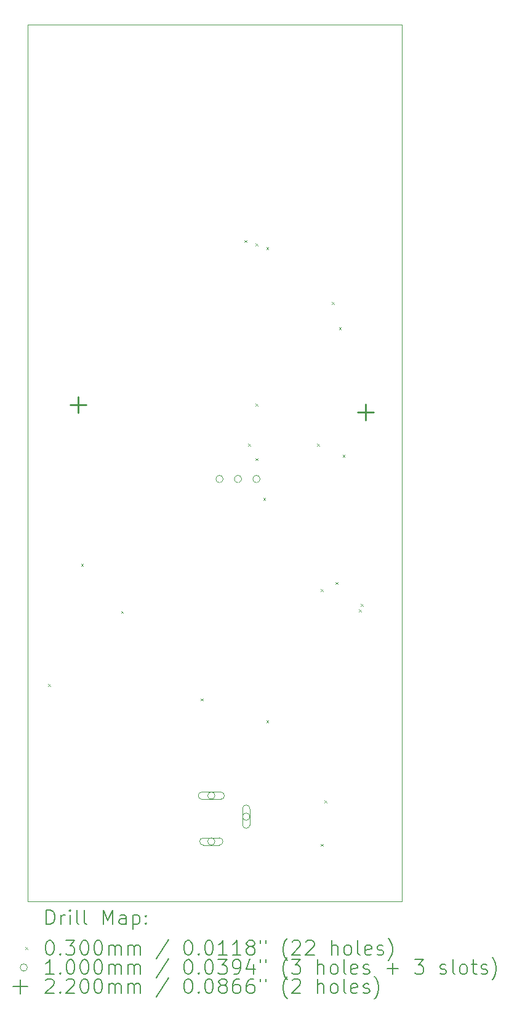
<source format=gbr>
%TF.GenerationSoftware,KiCad,Pcbnew,9.0.3*%
%TF.CreationDate,2025-07-21T12:14:54+10:00*%
%TF.ProjectId,light_control_sched,6c696768-745f-4636-9f6e-74726f6c5f73,rev?*%
%TF.SameCoordinates,Original*%
%TF.FileFunction,Drillmap*%
%TF.FilePolarity,Positive*%
%FSLAX45Y45*%
G04 Gerber Fmt 4.5, Leading zero omitted, Abs format (unit mm)*
G04 Created by KiCad (PCBNEW 9.0.3) date 2025-07-21 12:14:54*
%MOMM*%
%LPD*%
G01*
G04 APERTURE LIST*
%ADD10C,0.050000*%
%ADD11C,0.200000*%
%ADD12C,0.100000*%
%ADD13C,0.220000*%
G04 APERTURE END LIST*
D10*
X11950000Y-3025000D02*
X17100000Y-3025000D01*
X17100000Y-15075000D01*
X11950000Y-15075000D01*
X11950000Y-3025000D01*
D11*
D12*
X12235000Y-12085000D02*
X12265000Y-12115000D01*
X12265000Y-12085000D02*
X12235000Y-12115000D01*
X12685000Y-10435000D02*
X12715000Y-10465000D01*
X12715000Y-10435000D02*
X12685000Y-10465000D01*
X13235000Y-11085000D02*
X13265000Y-11115000D01*
X13265000Y-11085000D02*
X13235000Y-11115000D01*
X14335000Y-12285000D02*
X14365000Y-12315000D01*
X14365000Y-12285000D02*
X14335000Y-12315000D01*
X14933600Y-5986400D02*
X14963600Y-6016400D01*
X14963600Y-5986400D02*
X14933600Y-6016400D01*
X14985000Y-8785000D02*
X15015000Y-8815000D01*
X15015000Y-8785000D02*
X14985000Y-8815000D01*
X15085000Y-6035000D02*
X15115000Y-6065000D01*
X15115000Y-6035000D02*
X15085000Y-6065000D01*
X15085000Y-8235000D02*
X15115000Y-8265000D01*
X15115000Y-8235000D02*
X15085000Y-8265000D01*
X15085000Y-8985000D02*
X15115000Y-9015000D01*
X15115000Y-8985000D02*
X15085000Y-9015000D01*
X15192510Y-9527490D02*
X15222510Y-9557490D01*
X15222510Y-9527490D02*
X15192510Y-9557490D01*
X15235000Y-6085000D02*
X15265000Y-6115000D01*
X15265000Y-6085000D02*
X15235000Y-6115000D01*
X15235000Y-12585000D02*
X15265000Y-12615000D01*
X15265000Y-12585000D02*
X15235000Y-12615000D01*
X15935000Y-8785000D02*
X15965000Y-8815000D01*
X15965000Y-8785000D02*
X15935000Y-8815000D01*
X15985000Y-10785000D02*
X16015000Y-10815000D01*
X16015000Y-10785000D02*
X15985000Y-10815000D01*
X15985000Y-14285000D02*
X16015000Y-14315000D01*
X16015000Y-14285000D02*
X15985000Y-14315000D01*
X16035000Y-13685000D02*
X16065000Y-13715000D01*
X16065000Y-13685000D02*
X16035000Y-13715000D01*
X16135000Y-6835000D02*
X16165000Y-6865000D01*
X16165000Y-6835000D02*
X16135000Y-6865000D01*
X16185000Y-10685000D02*
X16215000Y-10715000D01*
X16215000Y-10685000D02*
X16185000Y-10715000D01*
X16235000Y-7185000D02*
X16265000Y-7215000D01*
X16265000Y-7185000D02*
X16235000Y-7215000D01*
X16285000Y-8935000D02*
X16315000Y-8965000D01*
X16315000Y-8935000D02*
X16285000Y-8965000D01*
X16508884Y-11062600D02*
X16538884Y-11092600D01*
X16538884Y-11062600D02*
X16508884Y-11092600D01*
X16535000Y-10985000D02*
X16565000Y-11015000D01*
X16565000Y-10985000D02*
X16535000Y-11015000D01*
X14527500Y-13620000D02*
G75*
G02*
X14427500Y-13620000I-50000J0D01*
G01*
X14427500Y-13620000D02*
G75*
G02*
X14527500Y-13620000I50000J0D01*
G01*
X14347500Y-13670000D02*
X14607500Y-13670000D01*
X14607500Y-13570000D02*
G75*
G02*
X14607500Y-13670000I0J-50000D01*
G01*
X14607500Y-13570000D02*
X14347500Y-13570000D01*
X14347500Y-13570000D02*
G75*
G03*
X14347500Y-13670000I0J-50000D01*
G01*
X14527500Y-14250000D02*
G75*
G02*
X14427500Y-14250000I-50000J0D01*
G01*
X14427500Y-14250000D02*
G75*
G02*
X14527500Y-14250000I50000J0D01*
G01*
X14367500Y-14300000D02*
X14587500Y-14300000D01*
X14587500Y-14200000D02*
G75*
G02*
X14587500Y-14300000I0J-50000D01*
G01*
X14587500Y-14200000D02*
X14367500Y-14200000D01*
X14367500Y-14200000D02*
G75*
G03*
X14367500Y-14300000I0J-50000D01*
G01*
X14639410Y-9269000D02*
G75*
G02*
X14539410Y-9269000I-50000J0D01*
G01*
X14539410Y-9269000D02*
G75*
G02*
X14639410Y-9269000I50000J0D01*
G01*
X14893410Y-9269000D02*
G75*
G02*
X14793410Y-9269000I-50000J0D01*
G01*
X14793410Y-9269000D02*
G75*
G02*
X14893410Y-9269000I50000J0D01*
G01*
X15007500Y-13910000D02*
G75*
G02*
X14907500Y-13910000I-50000J0D01*
G01*
X14907500Y-13910000D02*
G75*
G02*
X15007500Y-13910000I50000J0D01*
G01*
X14907500Y-13800000D02*
X14907500Y-14020000D01*
X15007500Y-14020000D02*
G75*
G02*
X14907500Y-14020000I-50000J0D01*
G01*
X15007500Y-14020000D02*
X15007500Y-13800000D01*
X15007500Y-13800000D02*
G75*
G03*
X14907500Y-13800000I-50000J0D01*
G01*
X15147410Y-9269000D02*
G75*
G02*
X15047410Y-9269000I-50000J0D01*
G01*
X15047410Y-9269000D02*
G75*
G02*
X15147410Y-9269000I50000J0D01*
G01*
D13*
X12650000Y-8140000D02*
X12650000Y-8360000D01*
X12540000Y-8250000D02*
X12760000Y-8250000D01*
X16600000Y-8240000D02*
X16600000Y-8460000D01*
X16490000Y-8350000D02*
X16710000Y-8350000D01*
D11*
X12208277Y-15388984D02*
X12208277Y-15188984D01*
X12208277Y-15188984D02*
X12255896Y-15188984D01*
X12255896Y-15188984D02*
X12284467Y-15198508D01*
X12284467Y-15198508D02*
X12303515Y-15217555D01*
X12303515Y-15217555D02*
X12313039Y-15236603D01*
X12313039Y-15236603D02*
X12322562Y-15274698D01*
X12322562Y-15274698D02*
X12322562Y-15303269D01*
X12322562Y-15303269D02*
X12313039Y-15341365D01*
X12313039Y-15341365D02*
X12303515Y-15360412D01*
X12303515Y-15360412D02*
X12284467Y-15379460D01*
X12284467Y-15379460D02*
X12255896Y-15388984D01*
X12255896Y-15388984D02*
X12208277Y-15388984D01*
X12408277Y-15388984D02*
X12408277Y-15255650D01*
X12408277Y-15293746D02*
X12417801Y-15274698D01*
X12417801Y-15274698D02*
X12427324Y-15265174D01*
X12427324Y-15265174D02*
X12446372Y-15255650D01*
X12446372Y-15255650D02*
X12465420Y-15255650D01*
X12532086Y-15388984D02*
X12532086Y-15255650D01*
X12532086Y-15188984D02*
X12522562Y-15198508D01*
X12522562Y-15198508D02*
X12532086Y-15208031D01*
X12532086Y-15208031D02*
X12541610Y-15198508D01*
X12541610Y-15198508D02*
X12532086Y-15188984D01*
X12532086Y-15188984D02*
X12532086Y-15208031D01*
X12655896Y-15388984D02*
X12636848Y-15379460D01*
X12636848Y-15379460D02*
X12627324Y-15360412D01*
X12627324Y-15360412D02*
X12627324Y-15188984D01*
X12760658Y-15388984D02*
X12741610Y-15379460D01*
X12741610Y-15379460D02*
X12732086Y-15360412D01*
X12732086Y-15360412D02*
X12732086Y-15188984D01*
X12989229Y-15388984D02*
X12989229Y-15188984D01*
X12989229Y-15188984D02*
X13055896Y-15331841D01*
X13055896Y-15331841D02*
X13122562Y-15188984D01*
X13122562Y-15188984D02*
X13122562Y-15388984D01*
X13303515Y-15388984D02*
X13303515Y-15284222D01*
X13303515Y-15284222D02*
X13293991Y-15265174D01*
X13293991Y-15265174D02*
X13274943Y-15255650D01*
X13274943Y-15255650D02*
X13236848Y-15255650D01*
X13236848Y-15255650D02*
X13217801Y-15265174D01*
X13303515Y-15379460D02*
X13284467Y-15388984D01*
X13284467Y-15388984D02*
X13236848Y-15388984D01*
X13236848Y-15388984D02*
X13217801Y-15379460D01*
X13217801Y-15379460D02*
X13208277Y-15360412D01*
X13208277Y-15360412D02*
X13208277Y-15341365D01*
X13208277Y-15341365D02*
X13217801Y-15322317D01*
X13217801Y-15322317D02*
X13236848Y-15312793D01*
X13236848Y-15312793D02*
X13284467Y-15312793D01*
X13284467Y-15312793D02*
X13303515Y-15303269D01*
X13398753Y-15255650D02*
X13398753Y-15455650D01*
X13398753Y-15265174D02*
X13417801Y-15255650D01*
X13417801Y-15255650D02*
X13455896Y-15255650D01*
X13455896Y-15255650D02*
X13474943Y-15265174D01*
X13474943Y-15265174D02*
X13484467Y-15274698D01*
X13484467Y-15274698D02*
X13493991Y-15293746D01*
X13493991Y-15293746D02*
X13493991Y-15350888D01*
X13493991Y-15350888D02*
X13484467Y-15369936D01*
X13484467Y-15369936D02*
X13474943Y-15379460D01*
X13474943Y-15379460D02*
X13455896Y-15388984D01*
X13455896Y-15388984D02*
X13417801Y-15388984D01*
X13417801Y-15388984D02*
X13398753Y-15379460D01*
X13579705Y-15369936D02*
X13589229Y-15379460D01*
X13589229Y-15379460D02*
X13579705Y-15388984D01*
X13579705Y-15388984D02*
X13570182Y-15379460D01*
X13570182Y-15379460D02*
X13579705Y-15369936D01*
X13579705Y-15369936D02*
X13579705Y-15388984D01*
X13579705Y-15265174D02*
X13589229Y-15274698D01*
X13589229Y-15274698D02*
X13579705Y-15284222D01*
X13579705Y-15284222D02*
X13570182Y-15274698D01*
X13570182Y-15274698D02*
X13579705Y-15265174D01*
X13579705Y-15265174D02*
X13579705Y-15284222D01*
D12*
X11917500Y-15702500D02*
X11947500Y-15732500D01*
X11947500Y-15702500D02*
X11917500Y-15732500D01*
D11*
X12246372Y-15608984D02*
X12265420Y-15608984D01*
X12265420Y-15608984D02*
X12284467Y-15618508D01*
X12284467Y-15618508D02*
X12293991Y-15628031D01*
X12293991Y-15628031D02*
X12303515Y-15647079D01*
X12303515Y-15647079D02*
X12313039Y-15685174D01*
X12313039Y-15685174D02*
X12313039Y-15732793D01*
X12313039Y-15732793D02*
X12303515Y-15770888D01*
X12303515Y-15770888D02*
X12293991Y-15789936D01*
X12293991Y-15789936D02*
X12284467Y-15799460D01*
X12284467Y-15799460D02*
X12265420Y-15808984D01*
X12265420Y-15808984D02*
X12246372Y-15808984D01*
X12246372Y-15808984D02*
X12227324Y-15799460D01*
X12227324Y-15799460D02*
X12217801Y-15789936D01*
X12217801Y-15789936D02*
X12208277Y-15770888D01*
X12208277Y-15770888D02*
X12198753Y-15732793D01*
X12198753Y-15732793D02*
X12198753Y-15685174D01*
X12198753Y-15685174D02*
X12208277Y-15647079D01*
X12208277Y-15647079D02*
X12217801Y-15628031D01*
X12217801Y-15628031D02*
X12227324Y-15618508D01*
X12227324Y-15618508D02*
X12246372Y-15608984D01*
X12398753Y-15789936D02*
X12408277Y-15799460D01*
X12408277Y-15799460D02*
X12398753Y-15808984D01*
X12398753Y-15808984D02*
X12389229Y-15799460D01*
X12389229Y-15799460D02*
X12398753Y-15789936D01*
X12398753Y-15789936D02*
X12398753Y-15808984D01*
X12474943Y-15608984D02*
X12598753Y-15608984D01*
X12598753Y-15608984D02*
X12532086Y-15685174D01*
X12532086Y-15685174D02*
X12560658Y-15685174D01*
X12560658Y-15685174D02*
X12579705Y-15694698D01*
X12579705Y-15694698D02*
X12589229Y-15704222D01*
X12589229Y-15704222D02*
X12598753Y-15723269D01*
X12598753Y-15723269D02*
X12598753Y-15770888D01*
X12598753Y-15770888D02*
X12589229Y-15789936D01*
X12589229Y-15789936D02*
X12579705Y-15799460D01*
X12579705Y-15799460D02*
X12560658Y-15808984D01*
X12560658Y-15808984D02*
X12503515Y-15808984D01*
X12503515Y-15808984D02*
X12484467Y-15799460D01*
X12484467Y-15799460D02*
X12474943Y-15789936D01*
X12722562Y-15608984D02*
X12741610Y-15608984D01*
X12741610Y-15608984D02*
X12760658Y-15618508D01*
X12760658Y-15618508D02*
X12770182Y-15628031D01*
X12770182Y-15628031D02*
X12779705Y-15647079D01*
X12779705Y-15647079D02*
X12789229Y-15685174D01*
X12789229Y-15685174D02*
X12789229Y-15732793D01*
X12789229Y-15732793D02*
X12779705Y-15770888D01*
X12779705Y-15770888D02*
X12770182Y-15789936D01*
X12770182Y-15789936D02*
X12760658Y-15799460D01*
X12760658Y-15799460D02*
X12741610Y-15808984D01*
X12741610Y-15808984D02*
X12722562Y-15808984D01*
X12722562Y-15808984D02*
X12703515Y-15799460D01*
X12703515Y-15799460D02*
X12693991Y-15789936D01*
X12693991Y-15789936D02*
X12684467Y-15770888D01*
X12684467Y-15770888D02*
X12674943Y-15732793D01*
X12674943Y-15732793D02*
X12674943Y-15685174D01*
X12674943Y-15685174D02*
X12684467Y-15647079D01*
X12684467Y-15647079D02*
X12693991Y-15628031D01*
X12693991Y-15628031D02*
X12703515Y-15618508D01*
X12703515Y-15618508D02*
X12722562Y-15608984D01*
X12913039Y-15608984D02*
X12932086Y-15608984D01*
X12932086Y-15608984D02*
X12951134Y-15618508D01*
X12951134Y-15618508D02*
X12960658Y-15628031D01*
X12960658Y-15628031D02*
X12970182Y-15647079D01*
X12970182Y-15647079D02*
X12979705Y-15685174D01*
X12979705Y-15685174D02*
X12979705Y-15732793D01*
X12979705Y-15732793D02*
X12970182Y-15770888D01*
X12970182Y-15770888D02*
X12960658Y-15789936D01*
X12960658Y-15789936D02*
X12951134Y-15799460D01*
X12951134Y-15799460D02*
X12932086Y-15808984D01*
X12932086Y-15808984D02*
X12913039Y-15808984D01*
X12913039Y-15808984D02*
X12893991Y-15799460D01*
X12893991Y-15799460D02*
X12884467Y-15789936D01*
X12884467Y-15789936D02*
X12874943Y-15770888D01*
X12874943Y-15770888D02*
X12865420Y-15732793D01*
X12865420Y-15732793D02*
X12865420Y-15685174D01*
X12865420Y-15685174D02*
X12874943Y-15647079D01*
X12874943Y-15647079D02*
X12884467Y-15628031D01*
X12884467Y-15628031D02*
X12893991Y-15618508D01*
X12893991Y-15618508D02*
X12913039Y-15608984D01*
X13065420Y-15808984D02*
X13065420Y-15675650D01*
X13065420Y-15694698D02*
X13074943Y-15685174D01*
X13074943Y-15685174D02*
X13093991Y-15675650D01*
X13093991Y-15675650D02*
X13122563Y-15675650D01*
X13122563Y-15675650D02*
X13141610Y-15685174D01*
X13141610Y-15685174D02*
X13151134Y-15704222D01*
X13151134Y-15704222D02*
X13151134Y-15808984D01*
X13151134Y-15704222D02*
X13160658Y-15685174D01*
X13160658Y-15685174D02*
X13179705Y-15675650D01*
X13179705Y-15675650D02*
X13208277Y-15675650D01*
X13208277Y-15675650D02*
X13227324Y-15685174D01*
X13227324Y-15685174D02*
X13236848Y-15704222D01*
X13236848Y-15704222D02*
X13236848Y-15808984D01*
X13332086Y-15808984D02*
X13332086Y-15675650D01*
X13332086Y-15694698D02*
X13341610Y-15685174D01*
X13341610Y-15685174D02*
X13360658Y-15675650D01*
X13360658Y-15675650D02*
X13389229Y-15675650D01*
X13389229Y-15675650D02*
X13408277Y-15685174D01*
X13408277Y-15685174D02*
X13417801Y-15704222D01*
X13417801Y-15704222D02*
X13417801Y-15808984D01*
X13417801Y-15704222D02*
X13427324Y-15685174D01*
X13427324Y-15685174D02*
X13446372Y-15675650D01*
X13446372Y-15675650D02*
X13474943Y-15675650D01*
X13474943Y-15675650D02*
X13493991Y-15685174D01*
X13493991Y-15685174D02*
X13503515Y-15704222D01*
X13503515Y-15704222D02*
X13503515Y-15808984D01*
X13893991Y-15599460D02*
X13722563Y-15856603D01*
X14151134Y-15608984D02*
X14170182Y-15608984D01*
X14170182Y-15608984D02*
X14189229Y-15618508D01*
X14189229Y-15618508D02*
X14198753Y-15628031D01*
X14198753Y-15628031D02*
X14208277Y-15647079D01*
X14208277Y-15647079D02*
X14217801Y-15685174D01*
X14217801Y-15685174D02*
X14217801Y-15732793D01*
X14217801Y-15732793D02*
X14208277Y-15770888D01*
X14208277Y-15770888D02*
X14198753Y-15789936D01*
X14198753Y-15789936D02*
X14189229Y-15799460D01*
X14189229Y-15799460D02*
X14170182Y-15808984D01*
X14170182Y-15808984D02*
X14151134Y-15808984D01*
X14151134Y-15808984D02*
X14132086Y-15799460D01*
X14132086Y-15799460D02*
X14122563Y-15789936D01*
X14122563Y-15789936D02*
X14113039Y-15770888D01*
X14113039Y-15770888D02*
X14103515Y-15732793D01*
X14103515Y-15732793D02*
X14103515Y-15685174D01*
X14103515Y-15685174D02*
X14113039Y-15647079D01*
X14113039Y-15647079D02*
X14122563Y-15628031D01*
X14122563Y-15628031D02*
X14132086Y-15618508D01*
X14132086Y-15618508D02*
X14151134Y-15608984D01*
X14303515Y-15789936D02*
X14313039Y-15799460D01*
X14313039Y-15799460D02*
X14303515Y-15808984D01*
X14303515Y-15808984D02*
X14293991Y-15799460D01*
X14293991Y-15799460D02*
X14303515Y-15789936D01*
X14303515Y-15789936D02*
X14303515Y-15808984D01*
X14436848Y-15608984D02*
X14455896Y-15608984D01*
X14455896Y-15608984D02*
X14474944Y-15618508D01*
X14474944Y-15618508D02*
X14484467Y-15628031D01*
X14484467Y-15628031D02*
X14493991Y-15647079D01*
X14493991Y-15647079D02*
X14503515Y-15685174D01*
X14503515Y-15685174D02*
X14503515Y-15732793D01*
X14503515Y-15732793D02*
X14493991Y-15770888D01*
X14493991Y-15770888D02*
X14484467Y-15789936D01*
X14484467Y-15789936D02*
X14474944Y-15799460D01*
X14474944Y-15799460D02*
X14455896Y-15808984D01*
X14455896Y-15808984D02*
X14436848Y-15808984D01*
X14436848Y-15808984D02*
X14417801Y-15799460D01*
X14417801Y-15799460D02*
X14408277Y-15789936D01*
X14408277Y-15789936D02*
X14398753Y-15770888D01*
X14398753Y-15770888D02*
X14389229Y-15732793D01*
X14389229Y-15732793D02*
X14389229Y-15685174D01*
X14389229Y-15685174D02*
X14398753Y-15647079D01*
X14398753Y-15647079D02*
X14408277Y-15628031D01*
X14408277Y-15628031D02*
X14417801Y-15618508D01*
X14417801Y-15618508D02*
X14436848Y-15608984D01*
X14693991Y-15808984D02*
X14579706Y-15808984D01*
X14636848Y-15808984D02*
X14636848Y-15608984D01*
X14636848Y-15608984D02*
X14617801Y-15637555D01*
X14617801Y-15637555D02*
X14598753Y-15656603D01*
X14598753Y-15656603D02*
X14579706Y-15666127D01*
X14884467Y-15808984D02*
X14770182Y-15808984D01*
X14827325Y-15808984D02*
X14827325Y-15608984D01*
X14827325Y-15608984D02*
X14808277Y-15637555D01*
X14808277Y-15637555D02*
X14789229Y-15656603D01*
X14789229Y-15656603D02*
X14770182Y-15666127D01*
X14998753Y-15694698D02*
X14979706Y-15685174D01*
X14979706Y-15685174D02*
X14970182Y-15675650D01*
X14970182Y-15675650D02*
X14960658Y-15656603D01*
X14960658Y-15656603D02*
X14960658Y-15647079D01*
X14960658Y-15647079D02*
X14970182Y-15628031D01*
X14970182Y-15628031D02*
X14979706Y-15618508D01*
X14979706Y-15618508D02*
X14998753Y-15608984D01*
X14998753Y-15608984D02*
X15036848Y-15608984D01*
X15036848Y-15608984D02*
X15055896Y-15618508D01*
X15055896Y-15618508D02*
X15065420Y-15628031D01*
X15065420Y-15628031D02*
X15074944Y-15647079D01*
X15074944Y-15647079D02*
X15074944Y-15656603D01*
X15074944Y-15656603D02*
X15065420Y-15675650D01*
X15065420Y-15675650D02*
X15055896Y-15685174D01*
X15055896Y-15685174D02*
X15036848Y-15694698D01*
X15036848Y-15694698D02*
X14998753Y-15694698D01*
X14998753Y-15694698D02*
X14979706Y-15704222D01*
X14979706Y-15704222D02*
X14970182Y-15713746D01*
X14970182Y-15713746D02*
X14960658Y-15732793D01*
X14960658Y-15732793D02*
X14960658Y-15770888D01*
X14960658Y-15770888D02*
X14970182Y-15789936D01*
X14970182Y-15789936D02*
X14979706Y-15799460D01*
X14979706Y-15799460D02*
X14998753Y-15808984D01*
X14998753Y-15808984D02*
X15036848Y-15808984D01*
X15036848Y-15808984D02*
X15055896Y-15799460D01*
X15055896Y-15799460D02*
X15065420Y-15789936D01*
X15065420Y-15789936D02*
X15074944Y-15770888D01*
X15074944Y-15770888D02*
X15074944Y-15732793D01*
X15074944Y-15732793D02*
X15065420Y-15713746D01*
X15065420Y-15713746D02*
X15055896Y-15704222D01*
X15055896Y-15704222D02*
X15036848Y-15694698D01*
X15151134Y-15608984D02*
X15151134Y-15647079D01*
X15227325Y-15608984D02*
X15227325Y-15647079D01*
X15522563Y-15885174D02*
X15513039Y-15875650D01*
X15513039Y-15875650D02*
X15493991Y-15847079D01*
X15493991Y-15847079D02*
X15484468Y-15828031D01*
X15484468Y-15828031D02*
X15474944Y-15799460D01*
X15474944Y-15799460D02*
X15465420Y-15751841D01*
X15465420Y-15751841D02*
X15465420Y-15713746D01*
X15465420Y-15713746D02*
X15474944Y-15666127D01*
X15474944Y-15666127D02*
X15484468Y-15637555D01*
X15484468Y-15637555D02*
X15493991Y-15618508D01*
X15493991Y-15618508D02*
X15513039Y-15589936D01*
X15513039Y-15589936D02*
X15522563Y-15580412D01*
X15589229Y-15628031D02*
X15598753Y-15618508D01*
X15598753Y-15618508D02*
X15617801Y-15608984D01*
X15617801Y-15608984D02*
X15665420Y-15608984D01*
X15665420Y-15608984D02*
X15684468Y-15618508D01*
X15684468Y-15618508D02*
X15693991Y-15628031D01*
X15693991Y-15628031D02*
X15703515Y-15647079D01*
X15703515Y-15647079D02*
X15703515Y-15666127D01*
X15703515Y-15666127D02*
X15693991Y-15694698D01*
X15693991Y-15694698D02*
X15579706Y-15808984D01*
X15579706Y-15808984D02*
X15703515Y-15808984D01*
X15779706Y-15628031D02*
X15789229Y-15618508D01*
X15789229Y-15618508D02*
X15808277Y-15608984D01*
X15808277Y-15608984D02*
X15855896Y-15608984D01*
X15855896Y-15608984D02*
X15874944Y-15618508D01*
X15874944Y-15618508D02*
X15884468Y-15628031D01*
X15884468Y-15628031D02*
X15893991Y-15647079D01*
X15893991Y-15647079D02*
X15893991Y-15666127D01*
X15893991Y-15666127D02*
X15884468Y-15694698D01*
X15884468Y-15694698D02*
X15770182Y-15808984D01*
X15770182Y-15808984D02*
X15893991Y-15808984D01*
X16132087Y-15808984D02*
X16132087Y-15608984D01*
X16217801Y-15808984D02*
X16217801Y-15704222D01*
X16217801Y-15704222D02*
X16208277Y-15685174D01*
X16208277Y-15685174D02*
X16189230Y-15675650D01*
X16189230Y-15675650D02*
X16160658Y-15675650D01*
X16160658Y-15675650D02*
X16141610Y-15685174D01*
X16141610Y-15685174D02*
X16132087Y-15694698D01*
X16341610Y-15808984D02*
X16322563Y-15799460D01*
X16322563Y-15799460D02*
X16313039Y-15789936D01*
X16313039Y-15789936D02*
X16303515Y-15770888D01*
X16303515Y-15770888D02*
X16303515Y-15713746D01*
X16303515Y-15713746D02*
X16313039Y-15694698D01*
X16313039Y-15694698D02*
X16322563Y-15685174D01*
X16322563Y-15685174D02*
X16341610Y-15675650D01*
X16341610Y-15675650D02*
X16370182Y-15675650D01*
X16370182Y-15675650D02*
X16389230Y-15685174D01*
X16389230Y-15685174D02*
X16398753Y-15694698D01*
X16398753Y-15694698D02*
X16408277Y-15713746D01*
X16408277Y-15713746D02*
X16408277Y-15770888D01*
X16408277Y-15770888D02*
X16398753Y-15789936D01*
X16398753Y-15789936D02*
X16389230Y-15799460D01*
X16389230Y-15799460D02*
X16370182Y-15808984D01*
X16370182Y-15808984D02*
X16341610Y-15808984D01*
X16522563Y-15808984D02*
X16503515Y-15799460D01*
X16503515Y-15799460D02*
X16493991Y-15780412D01*
X16493991Y-15780412D02*
X16493991Y-15608984D01*
X16674944Y-15799460D02*
X16655896Y-15808984D01*
X16655896Y-15808984D02*
X16617801Y-15808984D01*
X16617801Y-15808984D02*
X16598753Y-15799460D01*
X16598753Y-15799460D02*
X16589230Y-15780412D01*
X16589230Y-15780412D02*
X16589230Y-15704222D01*
X16589230Y-15704222D02*
X16598753Y-15685174D01*
X16598753Y-15685174D02*
X16617801Y-15675650D01*
X16617801Y-15675650D02*
X16655896Y-15675650D01*
X16655896Y-15675650D02*
X16674944Y-15685174D01*
X16674944Y-15685174D02*
X16684468Y-15704222D01*
X16684468Y-15704222D02*
X16684468Y-15723269D01*
X16684468Y-15723269D02*
X16589230Y-15742317D01*
X16760658Y-15799460D02*
X16779706Y-15808984D01*
X16779706Y-15808984D02*
X16817801Y-15808984D01*
X16817801Y-15808984D02*
X16836849Y-15799460D01*
X16836849Y-15799460D02*
X16846373Y-15780412D01*
X16846373Y-15780412D02*
X16846373Y-15770888D01*
X16846373Y-15770888D02*
X16836849Y-15751841D01*
X16836849Y-15751841D02*
X16817801Y-15742317D01*
X16817801Y-15742317D02*
X16789230Y-15742317D01*
X16789230Y-15742317D02*
X16770182Y-15732793D01*
X16770182Y-15732793D02*
X16760658Y-15713746D01*
X16760658Y-15713746D02*
X16760658Y-15704222D01*
X16760658Y-15704222D02*
X16770182Y-15685174D01*
X16770182Y-15685174D02*
X16789230Y-15675650D01*
X16789230Y-15675650D02*
X16817801Y-15675650D01*
X16817801Y-15675650D02*
X16836849Y-15685174D01*
X16913039Y-15885174D02*
X16922563Y-15875650D01*
X16922563Y-15875650D02*
X16941611Y-15847079D01*
X16941611Y-15847079D02*
X16951134Y-15828031D01*
X16951134Y-15828031D02*
X16960658Y-15799460D01*
X16960658Y-15799460D02*
X16970182Y-15751841D01*
X16970182Y-15751841D02*
X16970182Y-15713746D01*
X16970182Y-15713746D02*
X16960658Y-15666127D01*
X16960658Y-15666127D02*
X16951134Y-15637555D01*
X16951134Y-15637555D02*
X16941611Y-15618508D01*
X16941611Y-15618508D02*
X16922563Y-15589936D01*
X16922563Y-15589936D02*
X16913039Y-15580412D01*
D12*
X11947500Y-15981500D02*
G75*
G02*
X11847500Y-15981500I-50000J0D01*
G01*
X11847500Y-15981500D02*
G75*
G02*
X11947500Y-15981500I50000J0D01*
G01*
D11*
X12313039Y-16072984D02*
X12198753Y-16072984D01*
X12255896Y-16072984D02*
X12255896Y-15872984D01*
X12255896Y-15872984D02*
X12236848Y-15901555D01*
X12236848Y-15901555D02*
X12217801Y-15920603D01*
X12217801Y-15920603D02*
X12198753Y-15930127D01*
X12398753Y-16053936D02*
X12408277Y-16063460D01*
X12408277Y-16063460D02*
X12398753Y-16072984D01*
X12398753Y-16072984D02*
X12389229Y-16063460D01*
X12389229Y-16063460D02*
X12398753Y-16053936D01*
X12398753Y-16053936D02*
X12398753Y-16072984D01*
X12532086Y-15872984D02*
X12551134Y-15872984D01*
X12551134Y-15872984D02*
X12570182Y-15882508D01*
X12570182Y-15882508D02*
X12579705Y-15892031D01*
X12579705Y-15892031D02*
X12589229Y-15911079D01*
X12589229Y-15911079D02*
X12598753Y-15949174D01*
X12598753Y-15949174D02*
X12598753Y-15996793D01*
X12598753Y-15996793D02*
X12589229Y-16034888D01*
X12589229Y-16034888D02*
X12579705Y-16053936D01*
X12579705Y-16053936D02*
X12570182Y-16063460D01*
X12570182Y-16063460D02*
X12551134Y-16072984D01*
X12551134Y-16072984D02*
X12532086Y-16072984D01*
X12532086Y-16072984D02*
X12513039Y-16063460D01*
X12513039Y-16063460D02*
X12503515Y-16053936D01*
X12503515Y-16053936D02*
X12493991Y-16034888D01*
X12493991Y-16034888D02*
X12484467Y-15996793D01*
X12484467Y-15996793D02*
X12484467Y-15949174D01*
X12484467Y-15949174D02*
X12493991Y-15911079D01*
X12493991Y-15911079D02*
X12503515Y-15892031D01*
X12503515Y-15892031D02*
X12513039Y-15882508D01*
X12513039Y-15882508D02*
X12532086Y-15872984D01*
X12722562Y-15872984D02*
X12741610Y-15872984D01*
X12741610Y-15872984D02*
X12760658Y-15882508D01*
X12760658Y-15882508D02*
X12770182Y-15892031D01*
X12770182Y-15892031D02*
X12779705Y-15911079D01*
X12779705Y-15911079D02*
X12789229Y-15949174D01*
X12789229Y-15949174D02*
X12789229Y-15996793D01*
X12789229Y-15996793D02*
X12779705Y-16034888D01*
X12779705Y-16034888D02*
X12770182Y-16053936D01*
X12770182Y-16053936D02*
X12760658Y-16063460D01*
X12760658Y-16063460D02*
X12741610Y-16072984D01*
X12741610Y-16072984D02*
X12722562Y-16072984D01*
X12722562Y-16072984D02*
X12703515Y-16063460D01*
X12703515Y-16063460D02*
X12693991Y-16053936D01*
X12693991Y-16053936D02*
X12684467Y-16034888D01*
X12684467Y-16034888D02*
X12674943Y-15996793D01*
X12674943Y-15996793D02*
X12674943Y-15949174D01*
X12674943Y-15949174D02*
X12684467Y-15911079D01*
X12684467Y-15911079D02*
X12693991Y-15892031D01*
X12693991Y-15892031D02*
X12703515Y-15882508D01*
X12703515Y-15882508D02*
X12722562Y-15872984D01*
X12913039Y-15872984D02*
X12932086Y-15872984D01*
X12932086Y-15872984D02*
X12951134Y-15882508D01*
X12951134Y-15882508D02*
X12960658Y-15892031D01*
X12960658Y-15892031D02*
X12970182Y-15911079D01*
X12970182Y-15911079D02*
X12979705Y-15949174D01*
X12979705Y-15949174D02*
X12979705Y-15996793D01*
X12979705Y-15996793D02*
X12970182Y-16034888D01*
X12970182Y-16034888D02*
X12960658Y-16053936D01*
X12960658Y-16053936D02*
X12951134Y-16063460D01*
X12951134Y-16063460D02*
X12932086Y-16072984D01*
X12932086Y-16072984D02*
X12913039Y-16072984D01*
X12913039Y-16072984D02*
X12893991Y-16063460D01*
X12893991Y-16063460D02*
X12884467Y-16053936D01*
X12884467Y-16053936D02*
X12874943Y-16034888D01*
X12874943Y-16034888D02*
X12865420Y-15996793D01*
X12865420Y-15996793D02*
X12865420Y-15949174D01*
X12865420Y-15949174D02*
X12874943Y-15911079D01*
X12874943Y-15911079D02*
X12884467Y-15892031D01*
X12884467Y-15892031D02*
X12893991Y-15882508D01*
X12893991Y-15882508D02*
X12913039Y-15872984D01*
X13065420Y-16072984D02*
X13065420Y-15939650D01*
X13065420Y-15958698D02*
X13074943Y-15949174D01*
X13074943Y-15949174D02*
X13093991Y-15939650D01*
X13093991Y-15939650D02*
X13122563Y-15939650D01*
X13122563Y-15939650D02*
X13141610Y-15949174D01*
X13141610Y-15949174D02*
X13151134Y-15968222D01*
X13151134Y-15968222D02*
X13151134Y-16072984D01*
X13151134Y-15968222D02*
X13160658Y-15949174D01*
X13160658Y-15949174D02*
X13179705Y-15939650D01*
X13179705Y-15939650D02*
X13208277Y-15939650D01*
X13208277Y-15939650D02*
X13227324Y-15949174D01*
X13227324Y-15949174D02*
X13236848Y-15968222D01*
X13236848Y-15968222D02*
X13236848Y-16072984D01*
X13332086Y-16072984D02*
X13332086Y-15939650D01*
X13332086Y-15958698D02*
X13341610Y-15949174D01*
X13341610Y-15949174D02*
X13360658Y-15939650D01*
X13360658Y-15939650D02*
X13389229Y-15939650D01*
X13389229Y-15939650D02*
X13408277Y-15949174D01*
X13408277Y-15949174D02*
X13417801Y-15968222D01*
X13417801Y-15968222D02*
X13417801Y-16072984D01*
X13417801Y-15968222D02*
X13427324Y-15949174D01*
X13427324Y-15949174D02*
X13446372Y-15939650D01*
X13446372Y-15939650D02*
X13474943Y-15939650D01*
X13474943Y-15939650D02*
X13493991Y-15949174D01*
X13493991Y-15949174D02*
X13503515Y-15968222D01*
X13503515Y-15968222D02*
X13503515Y-16072984D01*
X13893991Y-15863460D02*
X13722563Y-16120603D01*
X14151134Y-15872984D02*
X14170182Y-15872984D01*
X14170182Y-15872984D02*
X14189229Y-15882508D01*
X14189229Y-15882508D02*
X14198753Y-15892031D01*
X14198753Y-15892031D02*
X14208277Y-15911079D01*
X14208277Y-15911079D02*
X14217801Y-15949174D01*
X14217801Y-15949174D02*
X14217801Y-15996793D01*
X14217801Y-15996793D02*
X14208277Y-16034888D01*
X14208277Y-16034888D02*
X14198753Y-16053936D01*
X14198753Y-16053936D02*
X14189229Y-16063460D01*
X14189229Y-16063460D02*
X14170182Y-16072984D01*
X14170182Y-16072984D02*
X14151134Y-16072984D01*
X14151134Y-16072984D02*
X14132086Y-16063460D01*
X14132086Y-16063460D02*
X14122563Y-16053936D01*
X14122563Y-16053936D02*
X14113039Y-16034888D01*
X14113039Y-16034888D02*
X14103515Y-15996793D01*
X14103515Y-15996793D02*
X14103515Y-15949174D01*
X14103515Y-15949174D02*
X14113039Y-15911079D01*
X14113039Y-15911079D02*
X14122563Y-15892031D01*
X14122563Y-15892031D02*
X14132086Y-15882508D01*
X14132086Y-15882508D02*
X14151134Y-15872984D01*
X14303515Y-16053936D02*
X14313039Y-16063460D01*
X14313039Y-16063460D02*
X14303515Y-16072984D01*
X14303515Y-16072984D02*
X14293991Y-16063460D01*
X14293991Y-16063460D02*
X14303515Y-16053936D01*
X14303515Y-16053936D02*
X14303515Y-16072984D01*
X14436848Y-15872984D02*
X14455896Y-15872984D01*
X14455896Y-15872984D02*
X14474944Y-15882508D01*
X14474944Y-15882508D02*
X14484467Y-15892031D01*
X14484467Y-15892031D02*
X14493991Y-15911079D01*
X14493991Y-15911079D02*
X14503515Y-15949174D01*
X14503515Y-15949174D02*
X14503515Y-15996793D01*
X14503515Y-15996793D02*
X14493991Y-16034888D01*
X14493991Y-16034888D02*
X14484467Y-16053936D01*
X14484467Y-16053936D02*
X14474944Y-16063460D01*
X14474944Y-16063460D02*
X14455896Y-16072984D01*
X14455896Y-16072984D02*
X14436848Y-16072984D01*
X14436848Y-16072984D02*
X14417801Y-16063460D01*
X14417801Y-16063460D02*
X14408277Y-16053936D01*
X14408277Y-16053936D02*
X14398753Y-16034888D01*
X14398753Y-16034888D02*
X14389229Y-15996793D01*
X14389229Y-15996793D02*
X14389229Y-15949174D01*
X14389229Y-15949174D02*
X14398753Y-15911079D01*
X14398753Y-15911079D02*
X14408277Y-15892031D01*
X14408277Y-15892031D02*
X14417801Y-15882508D01*
X14417801Y-15882508D02*
X14436848Y-15872984D01*
X14570182Y-15872984D02*
X14693991Y-15872984D01*
X14693991Y-15872984D02*
X14627325Y-15949174D01*
X14627325Y-15949174D02*
X14655896Y-15949174D01*
X14655896Y-15949174D02*
X14674944Y-15958698D01*
X14674944Y-15958698D02*
X14684467Y-15968222D01*
X14684467Y-15968222D02*
X14693991Y-15987269D01*
X14693991Y-15987269D02*
X14693991Y-16034888D01*
X14693991Y-16034888D02*
X14684467Y-16053936D01*
X14684467Y-16053936D02*
X14674944Y-16063460D01*
X14674944Y-16063460D02*
X14655896Y-16072984D01*
X14655896Y-16072984D02*
X14598753Y-16072984D01*
X14598753Y-16072984D02*
X14579706Y-16063460D01*
X14579706Y-16063460D02*
X14570182Y-16053936D01*
X14789229Y-16072984D02*
X14827325Y-16072984D01*
X14827325Y-16072984D02*
X14846372Y-16063460D01*
X14846372Y-16063460D02*
X14855896Y-16053936D01*
X14855896Y-16053936D02*
X14874944Y-16025365D01*
X14874944Y-16025365D02*
X14884467Y-15987269D01*
X14884467Y-15987269D02*
X14884467Y-15911079D01*
X14884467Y-15911079D02*
X14874944Y-15892031D01*
X14874944Y-15892031D02*
X14865420Y-15882508D01*
X14865420Y-15882508D02*
X14846372Y-15872984D01*
X14846372Y-15872984D02*
X14808277Y-15872984D01*
X14808277Y-15872984D02*
X14789229Y-15882508D01*
X14789229Y-15882508D02*
X14779706Y-15892031D01*
X14779706Y-15892031D02*
X14770182Y-15911079D01*
X14770182Y-15911079D02*
X14770182Y-15958698D01*
X14770182Y-15958698D02*
X14779706Y-15977746D01*
X14779706Y-15977746D02*
X14789229Y-15987269D01*
X14789229Y-15987269D02*
X14808277Y-15996793D01*
X14808277Y-15996793D02*
X14846372Y-15996793D01*
X14846372Y-15996793D02*
X14865420Y-15987269D01*
X14865420Y-15987269D02*
X14874944Y-15977746D01*
X14874944Y-15977746D02*
X14884467Y-15958698D01*
X15055896Y-15939650D02*
X15055896Y-16072984D01*
X15008277Y-15863460D02*
X14960658Y-16006317D01*
X14960658Y-16006317D02*
X15084467Y-16006317D01*
X15151134Y-15872984D02*
X15151134Y-15911079D01*
X15227325Y-15872984D02*
X15227325Y-15911079D01*
X15522563Y-16149174D02*
X15513039Y-16139650D01*
X15513039Y-16139650D02*
X15493991Y-16111079D01*
X15493991Y-16111079D02*
X15484468Y-16092031D01*
X15484468Y-16092031D02*
X15474944Y-16063460D01*
X15474944Y-16063460D02*
X15465420Y-16015841D01*
X15465420Y-16015841D02*
X15465420Y-15977746D01*
X15465420Y-15977746D02*
X15474944Y-15930127D01*
X15474944Y-15930127D02*
X15484468Y-15901555D01*
X15484468Y-15901555D02*
X15493991Y-15882508D01*
X15493991Y-15882508D02*
X15513039Y-15853936D01*
X15513039Y-15853936D02*
X15522563Y-15844412D01*
X15579706Y-15872984D02*
X15703515Y-15872984D01*
X15703515Y-15872984D02*
X15636848Y-15949174D01*
X15636848Y-15949174D02*
X15665420Y-15949174D01*
X15665420Y-15949174D02*
X15684468Y-15958698D01*
X15684468Y-15958698D02*
X15693991Y-15968222D01*
X15693991Y-15968222D02*
X15703515Y-15987269D01*
X15703515Y-15987269D02*
X15703515Y-16034888D01*
X15703515Y-16034888D02*
X15693991Y-16053936D01*
X15693991Y-16053936D02*
X15684468Y-16063460D01*
X15684468Y-16063460D02*
X15665420Y-16072984D01*
X15665420Y-16072984D02*
X15608277Y-16072984D01*
X15608277Y-16072984D02*
X15589229Y-16063460D01*
X15589229Y-16063460D02*
X15579706Y-16053936D01*
X15941610Y-16072984D02*
X15941610Y-15872984D01*
X16027325Y-16072984D02*
X16027325Y-15968222D01*
X16027325Y-15968222D02*
X16017801Y-15949174D01*
X16017801Y-15949174D02*
X15998753Y-15939650D01*
X15998753Y-15939650D02*
X15970182Y-15939650D01*
X15970182Y-15939650D02*
X15951134Y-15949174D01*
X15951134Y-15949174D02*
X15941610Y-15958698D01*
X16151134Y-16072984D02*
X16132087Y-16063460D01*
X16132087Y-16063460D02*
X16122563Y-16053936D01*
X16122563Y-16053936D02*
X16113039Y-16034888D01*
X16113039Y-16034888D02*
X16113039Y-15977746D01*
X16113039Y-15977746D02*
X16122563Y-15958698D01*
X16122563Y-15958698D02*
X16132087Y-15949174D01*
X16132087Y-15949174D02*
X16151134Y-15939650D01*
X16151134Y-15939650D02*
X16179706Y-15939650D01*
X16179706Y-15939650D02*
X16198753Y-15949174D01*
X16198753Y-15949174D02*
X16208277Y-15958698D01*
X16208277Y-15958698D02*
X16217801Y-15977746D01*
X16217801Y-15977746D02*
X16217801Y-16034888D01*
X16217801Y-16034888D02*
X16208277Y-16053936D01*
X16208277Y-16053936D02*
X16198753Y-16063460D01*
X16198753Y-16063460D02*
X16179706Y-16072984D01*
X16179706Y-16072984D02*
X16151134Y-16072984D01*
X16332087Y-16072984D02*
X16313039Y-16063460D01*
X16313039Y-16063460D02*
X16303515Y-16044412D01*
X16303515Y-16044412D02*
X16303515Y-15872984D01*
X16484468Y-16063460D02*
X16465420Y-16072984D01*
X16465420Y-16072984D02*
X16427325Y-16072984D01*
X16427325Y-16072984D02*
X16408277Y-16063460D01*
X16408277Y-16063460D02*
X16398753Y-16044412D01*
X16398753Y-16044412D02*
X16398753Y-15968222D01*
X16398753Y-15968222D02*
X16408277Y-15949174D01*
X16408277Y-15949174D02*
X16427325Y-15939650D01*
X16427325Y-15939650D02*
X16465420Y-15939650D01*
X16465420Y-15939650D02*
X16484468Y-15949174D01*
X16484468Y-15949174D02*
X16493991Y-15968222D01*
X16493991Y-15968222D02*
X16493991Y-15987269D01*
X16493991Y-15987269D02*
X16398753Y-16006317D01*
X16570182Y-16063460D02*
X16589230Y-16072984D01*
X16589230Y-16072984D02*
X16627325Y-16072984D01*
X16627325Y-16072984D02*
X16646372Y-16063460D01*
X16646372Y-16063460D02*
X16655896Y-16044412D01*
X16655896Y-16044412D02*
X16655896Y-16034888D01*
X16655896Y-16034888D02*
X16646372Y-16015841D01*
X16646372Y-16015841D02*
X16627325Y-16006317D01*
X16627325Y-16006317D02*
X16598753Y-16006317D01*
X16598753Y-16006317D02*
X16579706Y-15996793D01*
X16579706Y-15996793D02*
X16570182Y-15977746D01*
X16570182Y-15977746D02*
X16570182Y-15968222D01*
X16570182Y-15968222D02*
X16579706Y-15949174D01*
X16579706Y-15949174D02*
X16598753Y-15939650D01*
X16598753Y-15939650D02*
X16627325Y-15939650D01*
X16627325Y-15939650D02*
X16646372Y-15949174D01*
X16893992Y-15996793D02*
X17046373Y-15996793D01*
X16970182Y-16072984D02*
X16970182Y-15920603D01*
X17274944Y-15872984D02*
X17398754Y-15872984D01*
X17398754Y-15872984D02*
X17332087Y-15949174D01*
X17332087Y-15949174D02*
X17360658Y-15949174D01*
X17360658Y-15949174D02*
X17379706Y-15958698D01*
X17379706Y-15958698D02*
X17389230Y-15968222D01*
X17389230Y-15968222D02*
X17398754Y-15987269D01*
X17398754Y-15987269D02*
X17398754Y-16034888D01*
X17398754Y-16034888D02*
X17389230Y-16053936D01*
X17389230Y-16053936D02*
X17379706Y-16063460D01*
X17379706Y-16063460D02*
X17360658Y-16072984D01*
X17360658Y-16072984D02*
X17303515Y-16072984D01*
X17303515Y-16072984D02*
X17284468Y-16063460D01*
X17284468Y-16063460D02*
X17274944Y-16053936D01*
X17627325Y-16063460D02*
X17646373Y-16072984D01*
X17646373Y-16072984D02*
X17684468Y-16072984D01*
X17684468Y-16072984D02*
X17703516Y-16063460D01*
X17703516Y-16063460D02*
X17713039Y-16044412D01*
X17713039Y-16044412D02*
X17713039Y-16034888D01*
X17713039Y-16034888D02*
X17703516Y-16015841D01*
X17703516Y-16015841D02*
X17684468Y-16006317D01*
X17684468Y-16006317D02*
X17655896Y-16006317D01*
X17655896Y-16006317D02*
X17636849Y-15996793D01*
X17636849Y-15996793D02*
X17627325Y-15977746D01*
X17627325Y-15977746D02*
X17627325Y-15968222D01*
X17627325Y-15968222D02*
X17636849Y-15949174D01*
X17636849Y-15949174D02*
X17655896Y-15939650D01*
X17655896Y-15939650D02*
X17684468Y-15939650D01*
X17684468Y-15939650D02*
X17703516Y-15949174D01*
X17827325Y-16072984D02*
X17808277Y-16063460D01*
X17808277Y-16063460D02*
X17798754Y-16044412D01*
X17798754Y-16044412D02*
X17798754Y-15872984D01*
X17932087Y-16072984D02*
X17913039Y-16063460D01*
X17913039Y-16063460D02*
X17903516Y-16053936D01*
X17903516Y-16053936D02*
X17893992Y-16034888D01*
X17893992Y-16034888D02*
X17893992Y-15977746D01*
X17893992Y-15977746D02*
X17903516Y-15958698D01*
X17903516Y-15958698D02*
X17913039Y-15949174D01*
X17913039Y-15949174D02*
X17932087Y-15939650D01*
X17932087Y-15939650D02*
X17960658Y-15939650D01*
X17960658Y-15939650D02*
X17979706Y-15949174D01*
X17979706Y-15949174D02*
X17989230Y-15958698D01*
X17989230Y-15958698D02*
X17998754Y-15977746D01*
X17998754Y-15977746D02*
X17998754Y-16034888D01*
X17998754Y-16034888D02*
X17989230Y-16053936D01*
X17989230Y-16053936D02*
X17979706Y-16063460D01*
X17979706Y-16063460D02*
X17960658Y-16072984D01*
X17960658Y-16072984D02*
X17932087Y-16072984D01*
X18055897Y-15939650D02*
X18132087Y-15939650D01*
X18084468Y-15872984D02*
X18084468Y-16044412D01*
X18084468Y-16044412D02*
X18093992Y-16063460D01*
X18093992Y-16063460D02*
X18113039Y-16072984D01*
X18113039Y-16072984D02*
X18132087Y-16072984D01*
X18189230Y-16063460D02*
X18208277Y-16072984D01*
X18208277Y-16072984D02*
X18246373Y-16072984D01*
X18246373Y-16072984D02*
X18265420Y-16063460D01*
X18265420Y-16063460D02*
X18274944Y-16044412D01*
X18274944Y-16044412D02*
X18274944Y-16034888D01*
X18274944Y-16034888D02*
X18265420Y-16015841D01*
X18265420Y-16015841D02*
X18246373Y-16006317D01*
X18246373Y-16006317D02*
X18217801Y-16006317D01*
X18217801Y-16006317D02*
X18198754Y-15996793D01*
X18198754Y-15996793D02*
X18189230Y-15977746D01*
X18189230Y-15977746D02*
X18189230Y-15968222D01*
X18189230Y-15968222D02*
X18198754Y-15949174D01*
X18198754Y-15949174D02*
X18217801Y-15939650D01*
X18217801Y-15939650D02*
X18246373Y-15939650D01*
X18246373Y-15939650D02*
X18265420Y-15949174D01*
X18341611Y-16149174D02*
X18351135Y-16139650D01*
X18351135Y-16139650D02*
X18370182Y-16111079D01*
X18370182Y-16111079D02*
X18379706Y-16092031D01*
X18379706Y-16092031D02*
X18389230Y-16063460D01*
X18389230Y-16063460D02*
X18398754Y-16015841D01*
X18398754Y-16015841D02*
X18398754Y-15977746D01*
X18398754Y-15977746D02*
X18389230Y-15930127D01*
X18389230Y-15930127D02*
X18379706Y-15901555D01*
X18379706Y-15901555D02*
X18370182Y-15882508D01*
X18370182Y-15882508D02*
X18351135Y-15853936D01*
X18351135Y-15853936D02*
X18341611Y-15844412D01*
X11847500Y-16145500D02*
X11847500Y-16345500D01*
X11747500Y-16245500D02*
X11947500Y-16245500D01*
X12198753Y-16156031D02*
X12208277Y-16146508D01*
X12208277Y-16146508D02*
X12227324Y-16136984D01*
X12227324Y-16136984D02*
X12274943Y-16136984D01*
X12274943Y-16136984D02*
X12293991Y-16146508D01*
X12293991Y-16146508D02*
X12303515Y-16156031D01*
X12303515Y-16156031D02*
X12313039Y-16175079D01*
X12313039Y-16175079D02*
X12313039Y-16194127D01*
X12313039Y-16194127D02*
X12303515Y-16222698D01*
X12303515Y-16222698D02*
X12189229Y-16336984D01*
X12189229Y-16336984D02*
X12313039Y-16336984D01*
X12398753Y-16317936D02*
X12408277Y-16327460D01*
X12408277Y-16327460D02*
X12398753Y-16336984D01*
X12398753Y-16336984D02*
X12389229Y-16327460D01*
X12389229Y-16327460D02*
X12398753Y-16317936D01*
X12398753Y-16317936D02*
X12398753Y-16336984D01*
X12484467Y-16156031D02*
X12493991Y-16146508D01*
X12493991Y-16146508D02*
X12513039Y-16136984D01*
X12513039Y-16136984D02*
X12560658Y-16136984D01*
X12560658Y-16136984D02*
X12579705Y-16146508D01*
X12579705Y-16146508D02*
X12589229Y-16156031D01*
X12589229Y-16156031D02*
X12598753Y-16175079D01*
X12598753Y-16175079D02*
X12598753Y-16194127D01*
X12598753Y-16194127D02*
X12589229Y-16222698D01*
X12589229Y-16222698D02*
X12474943Y-16336984D01*
X12474943Y-16336984D02*
X12598753Y-16336984D01*
X12722562Y-16136984D02*
X12741610Y-16136984D01*
X12741610Y-16136984D02*
X12760658Y-16146508D01*
X12760658Y-16146508D02*
X12770182Y-16156031D01*
X12770182Y-16156031D02*
X12779705Y-16175079D01*
X12779705Y-16175079D02*
X12789229Y-16213174D01*
X12789229Y-16213174D02*
X12789229Y-16260793D01*
X12789229Y-16260793D02*
X12779705Y-16298888D01*
X12779705Y-16298888D02*
X12770182Y-16317936D01*
X12770182Y-16317936D02*
X12760658Y-16327460D01*
X12760658Y-16327460D02*
X12741610Y-16336984D01*
X12741610Y-16336984D02*
X12722562Y-16336984D01*
X12722562Y-16336984D02*
X12703515Y-16327460D01*
X12703515Y-16327460D02*
X12693991Y-16317936D01*
X12693991Y-16317936D02*
X12684467Y-16298888D01*
X12684467Y-16298888D02*
X12674943Y-16260793D01*
X12674943Y-16260793D02*
X12674943Y-16213174D01*
X12674943Y-16213174D02*
X12684467Y-16175079D01*
X12684467Y-16175079D02*
X12693991Y-16156031D01*
X12693991Y-16156031D02*
X12703515Y-16146508D01*
X12703515Y-16146508D02*
X12722562Y-16136984D01*
X12913039Y-16136984D02*
X12932086Y-16136984D01*
X12932086Y-16136984D02*
X12951134Y-16146508D01*
X12951134Y-16146508D02*
X12960658Y-16156031D01*
X12960658Y-16156031D02*
X12970182Y-16175079D01*
X12970182Y-16175079D02*
X12979705Y-16213174D01*
X12979705Y-16213174D02*
X12979705Y-16260793D01*
X12979705Y-16260793D02*
X12970182Y-16298888D01*
X12970182Y-16298888D02*
X12960658Y-16317936D01*
X12960658Y-16317936D02*
X12951134Y-16327460D01*
X12951134Y-16327460D02*
X12932086Y-16336984D01*
X12932086Y-16336984D02*
X12913039Y-16336984D01*
X12913039Y-16336984D02*
X12893991Y-16327460D01*
X12893991Y-16327460D02*
X12884467Y-16317936D01*
X12884467Y-16317936D02*
X12874943Y-16298888D01*
X12874943Y-16298888D02*
X12865420Y-16260793D01*
X12865420Y-16260793D02*
X12865420Y-16213174D01*
X12865420Y-16213174D02*
X12874943Y-16175079D01*
X12874943Y-16175079D02*
X12884467Y-16156031D01*
X12884467Y-16156031D02*
X12893991Y-16146508D01*
X12893991Y-16146508D02*
X12913039Y-16136984D01*
X13065420Y-16336984D02*
X13065420Y-16203650D01*
X13065420Y-16222698D02*
X13074943Y-16213174D01*
X13074943Y-16213174D02*
X13093991Y-16203650D01*
X13093991Y-16203650D02*
X13122563Y-16203650D01*
X13122563Y-16203650D02*
X13141610Y-16213174D01*
X13141610Y-16213174D02*
X13151134Y-16232222D01*
X13151134Y-16232222D02*
X13151134Y-16336984D01*
X13151134Y-16232222D02*
X13160658Y-16213174D01*
X13160658Y-16213174D02*
X13179705Y-16203650D01*
X13179705Y-16203650D02*
X13208277Y-16203650D01*
X13208277Y-16203650D02*
X13227324Y-16213174D01*
X13227324Y-16213174D02*
X13236848Y-16232222D01*
X13236848Y-16232222D02*
X13236848Y-16336984D01*
X13332086Y-16336984D02*
X13332086Y-16203650D01*
X13332086Y-16222698D02*
X13341610Y-16213174D01*
X13341610Y-16213174D02*
X13360658Y-16203650D01*
X13360658Y-16203650D02*
X13389229Y-16203650D01*
X13389229Y-16203650D02*
X13408277Y-16213174D01*
X13408277Y-16213174D02*
X13417801Y-16232222D01*
X13417801Y-16232222D02*
X13417801Y-16336984D01*
X13417801Y-16232222D02*
X13427324Y-16213174D01*
X13427324Y-16213174D02*
X13446372Y-16203650D01*
X13446372Y-16203650D02*
X13474943Y-16203650D01*
X13474943Y-16203650D02*
X13493991Y-16213174D01*
X13493991Y-16213174D02*
X13503515Y-16232222D01*
X13503515Y-16232222D02*
X13503515Y-16336984D01*
X13893991Y-16127460D02*
X13722563Y-16384603D01*
X14151134Y-16136984D02*
X14170182Y-16136984D01*
X14170182Y-16136984D02*
X14189229Y-16146508D01*
X14189229Y-16146508D02*
X14198753Y-16156031D01*
X14198753Y-16156031D02*
X14208277Y-16175079D01*
X14208277Y-16175079D02*
X14217801Y-16213174D01*
X14217801Y-16213174D02*
X14217801Y-16260793D01*
X14217801Y-16260793D02*
X14208277Y-16298888D01*
X14208277Y-16298888D02*
X14198753Y-16317936D01*
X14198753Y-16317936D02*
X14189229Y-16327460D01*
X14189229Y-16327460D02*
X14170182Y-16336984D01*
X14170182Y-16336984D02*
X14151134Y-16336984D01*
X14151134Y-16336984D02*
X14132086Y-16327460D01*
X14132086Y-16327460D02*
X14122563Y-16317936D01*
X14122563Y-16317936D02*
X14113039Y-16298888D01*
X14113039Y-16298888D02*
X14103515Y-16260793D01*
X14103515Y-16260793D02*
X14103515Y-16213174D01*
X14103515Y-16213174D02*
X14113039Y-16175079D01*
X14113039Y-16175079D02*
X14122563Y-16156031D01*
X14122563Y-16156031D02*
X14132086Y-16146508D01*
X14132086Y-16146508D02*
X14151134Y-16136984D01*
X14303515Y-16317936D02*
X14313039Y-16327460D01*
X14313039Y-16327460D02*
X14303515Y-16336984D01*
X14303515Y-16336984D02*
X14293991Y-16327460D01*
X14293991Y-16327460D02*
X14303515Y-16317936D01*
X14303515Y-16317936D02*
X14303515Y-16336984D01*
X14436848Y-16136984D02*
X14455896Y-16136984D01*
X14455896Y-16136984D02*
X14474944Y-16146508D01*
X14474944Y-16146508D02*
X14484467Y-16156031D01*
X14484467Y-16156031D02*
X14493991Y-16175079D01*
X14493991Y-16175079D02*
X14503515Y-16213174D01*
X14503515Y-16213174D02*
X14503515Y-16260793D01*
X14503515Y-16260793D02*
X14493991Y-16298888D01*
X14493991Y-16298888D02*
X14484467Y-16317936D01*
X14484467Y-16317936D02*
X14474944Y-16327460D01*
X14474944Y-16327460D02*
X14455896Y-16336984D01*
X14455896Y-16336984D02*
X14436848Y-16336984D01*
X14436848Y-16336984D02*
X14417801Y-16327460D01*
X14417801Y-16327460D02*
X14408277Y-16317936D01*
X14408277Y-16317936D02*
X14398753Y-16298888D01*
X14398753Y-16298888D02*
X14389229Y-16260793D01*
X14389229Y-16260793D02*
X14389229Y-16213174D01*
X14389229Y-16213174D02*
X14398753Y-16175079D01*
X14398753Y-16175079D02*
X14408277Y-16156031D01*
X14408277Y-16156031D02*
X14417801Y-16146508D01*
X14417801Y-16146508D02*
X14436848Y-16136984D01*
X14617801Y-16222698D02*
X14598753Y-16213174D01*
X14598753Y-16213174D02*
X14589229Y-16203650D01*
X14589229Y-16203650D02*
X14579706Y-16184603D01*
X14579706Y-16184603D02*
X14579706Y-16175079D01*
X14579706Y-16175079D02*
X14589229Y-16156031D01*
X14589229Y-16156031D02*
X14598753Y-16146508D01*
X14598753Y-16146508D02*
X14617801Y-16136984D01*
X14617801Y-16136984D02*
X14655896Y-16136984D01*
X14655896Y-16136984D02*
X14674944Y-16146508D01*
X14674944Y-16146508D02*
X14684467Y-16156031D01*
X14684467Y-16156031D02*
X14693991Y-16175079D01*
X14693991Y-16175079D02*
X14693991Y-16184603D01*
X14693991Y-16184603D02*
X14684467Y-16203650D01*
X14684467Y-16203650D02*
X14674944Y-16213174D01*
X14674944Y-16213174D02*
X14655896Y-16222698D01*
X14655896Y-16222698D02*
X14617801Y-16222698D01*
X14617801Y-16222698D02*
X14598753Y-16232222D01*
X14598753Y-16232222D02*
X14589229Y-16241746D01*
X14589229Y-16241746D02*
X14579706Y-16260793D01*
X14579706Y-16260793D02*
X14579706Y-16298888D01*
X14579706Y-16298888D02*
X14589229Y-16317936D01*
X14589229Y-16317936D02*
X14598753Y-16327460D01*
X14598753Y-16327460D02*
X14617801Y-16336984D01*
X14617801Y-16336984D02*
X14655896Y-16336984D01*
X14655896Y-16336984D02*
X14674944Y-16327460D01*
X14674944Y-16327460D02*
X14684467Y-16317936D01*
X14684467Y-16317936D02*
X14693991Y-16298888D01*
X14693991Y-16298888D02*
X14693991Y-16260793D01*
X14693991Y-16260793D02*
X14684467Y-16241746D01*
X14684467Y-16241746D02*
X14674944Y-16232222D01*
X14674944Y-16232222D02*
X14655896Y-16222698D01*
X14865420Y-16136984D02*
X14827325Y-16136984D01*
X14827325Y-16136984D02*
X14808277Y-16146508D01*
X14808277Y-16146508D02*
X14798753Y-16156031D01*
X14798753Y-16156031D02*
X14779706Y-16184603D01*
X14779706Y-16184603D02*
X14770182Y-16222698D01*
X14770182Y-16222698D02*
X14770182Y-16298888D01*
X14770182Y-16298888D02*
X14779706Y-16317936D01*
X14779706Y-16317936D02*
X14789229Y-16327460D01*
X14789229Y-16327460D02*
X14808277Y-16336984D01*
X14808277Y-16336984D02*
X14846372Y-16336984D01*
X14846372Y-16336984D02*
X14865420Y-16327460D01*
X14865420Y-16327460D02*
X14874944Y-16317936D01*
X14874944Y-16317936D02*
X14884467Y-16298888D01*
X14884467Y-16298888D02*
X14884467Y-16251269D01*
X14884467Y-16251269D02*
X14874944Y-16232222D01*
X14874944Y-16232222D02*
X14865420Y-16222698D01*
X14865420Y-16222698D02*
X14846372Y-16213174D01*
X14846372Y-16213174D02*
X14808277Y-16213174D01*
X14808277Y-16213174D02*
X14789229Y-16222698D01*
X14789229Y-16222698D02*
X14779706Y-16232222D01*
X14779706Y-16232222D02*
X14770182Y-16251269D01*
X15055896Y-16136984D02*
X15017801Y-16136984D01*
X15017801Y-16136984D02*
X14998753Y-16146508D01*
X14998753Y-16146508D02*
X14989229Y-16156031D01*
X14989229Y-16156031D02*
X14970182Y-16184603D01*
X14970182Y-16184603D02*
X14960658Y-16222698D01*
X14960658Y-16222698D02*
X14960658Y-16298888D01*
X14960658Y-16298888D02*
X14970182Y-16317936D01*
X14970182Y-16317936D02*
X14979706Y-16327460D01*
X14979706Y-16327460D02*
X14998753Y-16336984D01*
X14998753Y-16336984D02*
X15036848Y-16336984D01*
X15036848Y-16336984D02*
X15055896Y-16327460D01*
X15055896Y-16327460D02*
X15065420Y-16317936D01*
X15065420Y-16317936D02*
X15074944Y-16298888D01*
X15074944Y-16298888D02*
X15074944Y-16251269D01*
X15074944Y-16251269D02*
X15065420Y-16232222D01*
X15065420Y-16232222D02*
X15055896Y-16222698D01*
X15055896Y-16222698D02*
X15036848Y-16213174D01*
X15036848Y-16213174D02*
X14998753Y-16213174D01*
X14998753Y-16213174D02*
X14979706Y-16222698D01*
X14979706Y-16222698D02*
X14970182Y-16232222D01*
X14970182Y-16232222D02*
X14960658Y-16251269D01*
X15151134Y-16136984D02*
X15151134Y-16175079D01*
X15227325Y-16136984D02*
X15227325Y-16175079D01*
X15522563Y-16413174D02*
X15513039Y-16403650D01*
X15513039Y-16403650D02*
X15493991Y-16375079D01*
X15493991Y-16375079D02*
X15484468Y-16356031D01*
X15484468Y-16356031D02*
X15474944Y-16327460D01*
X15474944Y-16327460D02*
X15465420Y-16279841D01*
X15465420Y-16279841D02*
X15465420Y-16241746D01*
X15465420Y-16241746D02*
X15474944Y-16194127D01*
X15474944Y-16194127D02*
X15484468Y-16165555D01*
X15484468Y-16165555D02*
X15493991Y-16146508D01*
X15493991Y-16146508D02*
X15513039Y-16117936D01*
X15513039Y-16117936D02*
X15522563Y-16108412D01*
X15589229Y-16156031D02*
X15598753Y-16146508D01*
X15598753Y-16146508D02*
X15617801Y-16136984D01*
X15617801Y-16136984D02*
X15665420Y-16136984D01*
X15665420Y-16136984D02*
X15684468Y-16146508D01*
X15684468Y-16146508D02*
X15693991Y-16156031D01*
X15693991Y-16156031D02*
X15703515Y-16175079D01*
X15703515Y-16175079D02*
X15703515Y-16194127D01*
X15703515Y-16194127D02*
X15693991Y-16222698D01*
X15693991Y-16222698D02*
X15579706Y-16336984D01*
X15579706Y-16336984D02*
X15703515Y-16336984D01*
X15941610Y-16336984D02*
X15941610Y-16136984D01*
X16027325Y-16336984D02*
X16027325Y-16232222D01*
X16027325Y-16232222D02*
X16017801Y-16213174D01*
X16017801Y-16213174D02*
X15998753Y-16203650D01*
X15998753Y-16203650D02*
X15970182Y-16203650D01*
X15970182Y-16203650D02*
X15951134Y-16213174D01*
X15951134Y-16213174D02*
X15941610Y-16222698D01*
X16151134Y-16336984D02*
X16132087Y-16327460D01*
X16132087Y-16327460D02*
X16122563Y-16317936D01*
X16122563Y-16317936D02*
X16113039Y-16298888D01*
X16113039Y-16298888D02*
X16113039Y-16241746D01*
X16113039Y-16241746D02*
X16122563Y-16222698D01*
X16122563Y-16222698D02*
X16132087Y-16213174D01*
X16132087Y-16213174D02*
X16151134Y-16203650D01*
X16151134Y-16203650D02*
X16179706Y-16203650D01*
X16179706Y-16203650D02*
X16198753Y-16213174D01*
X16198753Y-16213174D02*
X16208277Y-16222698D01*
X16208277Y-16222698D02*
X16217801Y-16241746D01*
X16217801Y-16241746D02*
X16217801Y-16298888D01*
X16217801Y-16298888D02*
X16208277Y-16317936D01*
X16208277Y-16317936D02*
X16198753Y-16327460D01*
X16198753Y-16327460D02*
X16179706Y-16336984D01*
X16179706Y-16336984D02*
X16151134Y-16336984D01*
X16332087Y-16336984D02*
X16313039Y-16327460D01*
X16313039Y-16327460D02*
X16303515Y-16308412D01*
X16303515Y-16308412D02*
X16303515Y-16136984D01*
X16484468Y-16327460D02*
X16465420Y-16336984D01*
X16465420Y-16336984D02*
X16427325Y-16336984D01*
X16427325Y-16336984D02*
X16408277Y-16327460D01*
X16408277Y-16327460D02*
X16398753Y-16308412D01*
X16398753Y-16308412D02*
X16398753Y-16232222D01*
X16398753Y-16232222D02*
X16408277Y-16213174D01*
X16408277Y-16213174D02*
X16427325Y-16203650D01*
X16427325Y-16203650D02*
X16465420Y-16203650D01*
X16465420Y-16203650D02*
X16484468Y-16213174D01*
X16484468Y-16213174D02*
X16493991Y-16232222D01*
X16493991Y-16232222D02*
X16493991Y-16251269D01*
X16493991Y-16251269D02*
X16398753Y-16270317D01*
X16570182Y-16327460D02*
X16589230Y-16336984D01*
X16589230Y-16336984D02*
X16627325Y-16336984D01*
X16627325Y-16336984D02*
X16646372Y-16327460D01*
X16646372Y-16327460D02*
X16655896Y-16308412D01*
X16655896Y-16308412D02*
X16655896Y-16298888D01*
X16655896Y-16298888D02*
X16646372Y-16279841D01*
X16646372Y-16279841D02*
X16627325Y-16270317D01*
X16627325Y-16270317D02*
X16598753Y-16270317D01*
X16598753Y-16270317D02*
X16579706Y-16260793D01*
X16579706Y-16260793D02*
X16570182Y-16241746D01*
X16570182Y-16241746D02*
X16570182Y-16232222D01*
X16570182Y-16232222D02*
X16579706Y-16213174D01*
X16579706Y-16213174D02*
X16598753Y-16203650D01*
X16598753Y-16203650D02*
X16627325Y-16203650D01*
X16627325Y-16203650D02*
X16646372Y-16213174D01*
X16722563Y-16413174D02*
X16732087Y-16403650D01*
X16732087Y-16403650D02*
X16751134Y-16375079D01*
X16751134Y-16375079D02*
X16760658Y-16356031D01*
X16760658Y-16356031D02*
X16770182Y-16327460D01*
X16770182Y-16327460D02*
X16779706Y-16279841D01*
X16779706Y-16279841D02*
X16779706Y-16241746D01*
X16779706Y-16241746D02*
X16770182Y-16194127D01*
X16770182Y-16194127D02*
X16760658Y-16165555D01*
X16760658Y-16165555D02*
X16751134Y-16146508D01*
X16751134Y-16146508D02*
X16732087Y-16117936D01*
X16732087Y-16117936D02*
X16722563Y-16108412D01*
M02*

</source>
